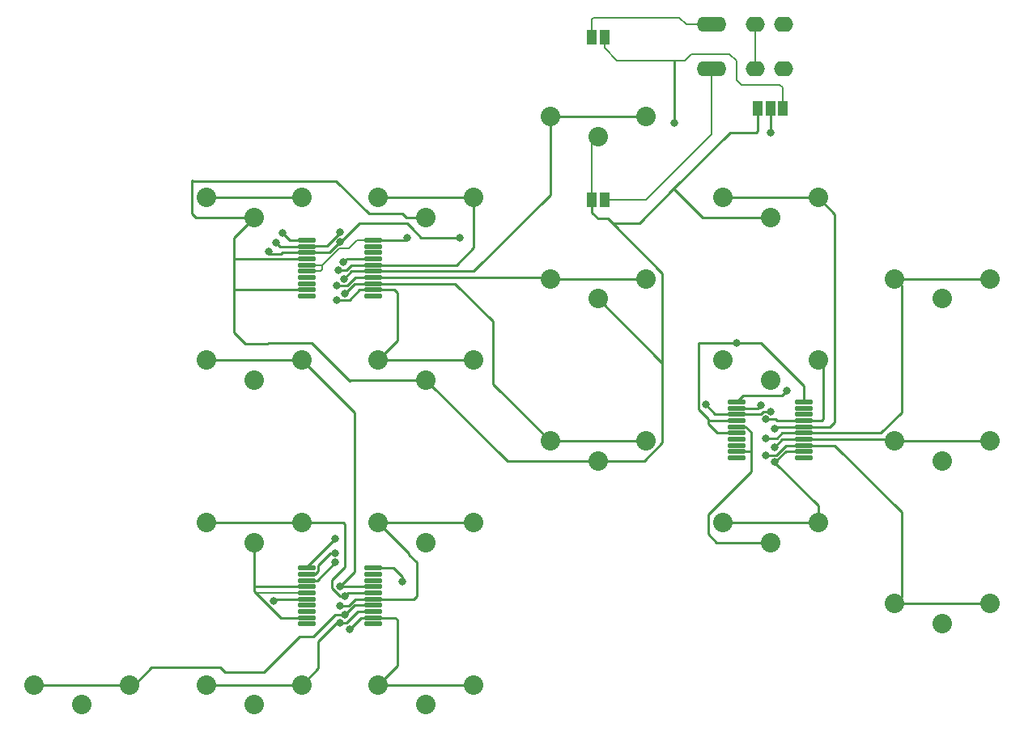
<source format=gbr>
%TF.GenerationSoftware,KiCad,Pcbnew,(6.0.4)*%
%TF.CreationDate,2022-11-15T19:41:09+00:00*%
%TF.ProjectId,pcb_v2,7063625f-7632-42e6-9b69-6361645f7063,rev?*%
%TF.SameCoordinates,Original*%
%TF.FileFunction,Copper,L1,Top*%
%TF.FilePolarity,Positive*%
%FSLAX46Y46*%
G04 Gerber Fmt 4.6, Leading zero omitted, Abs format (unit mm)*
G04 Created by KiCad (PCBNEW (6.0.4)) date 2022-11-15 19:41:09*
%MOMM*%
%LPD*%
G01*
G04 APERTURE LIST*
G04 Aperture macros list*
%AMRoundRect*
0 Rectangle with rounded corners*
0 $1 Rounding radius*
0 $2 $3 $4 $5 $6 $7 $8 $9 X,Y pos of 4 corners*
0 Add a 4 corners polygon primitive as box body*
4,1,4,$2,$3,$4,$5,$6,$7,$8,$9,$2,$3,0*
0 Add four circle primitives for the rounded corners*
1,1,$1+$1,$2,$3*
1,1,$1+$1,$4,$5*
1,1,$1+$1,$6,$7*
1,1,$1+$1,$8,$9*
0 Add four rect primitives between the rounded corners*
20,1,$1+$1,$2,$3,$4,$5,0*
20,1,$1+$1,$4,$5,$6,$7,0*
20,1,$1+$1,$6,$7,$8,$9,0*
20,1,$1+$1,$8,$9,$2,$3,0*%
G04 Aperture macros list end*
%TA.AperFunction,ComponentPad*%
%ADD10C,2.032000*%
%TD*%
%TA.AperFunction,SMDPad,CuDef*%
%ADD11R,1.000000X1.500000*%
%TD*%
%TA.AperFunction,SMDPad,CuDef*%
%ADD12RoundRect,0.125000X-0.825000X-0.125000X0.825000X-0.125000X0.825000X0.125000X-0.825000X0.125000X0*%
%TD*%
%TA.AperFunction,ComponentPad*%
%ADD13O,1.400000X1.000000*%
%TD*%
%TA.AperFunction,ComponentPad*%
%ADD14O,2.000000X1.600000*%
%TD*%
%TA.AperFunction,ComponentPad*%
%ADD15O,3.100000X1.600000*%
%TD*%
%TA.AperFunction,ComponentPad*%
%ADD16O,2.500000X1.000000*%
%TD*%
%TA.AperFunction,ViaPad*%
%ADD17C,0.800000*%
%TD*%
%TA.AperFunction,Conductor*%
%ADD18C,0.250000*%
%TD*%
%TA.AperFunction,Conductor*%
%ADD19C,0.200000*%
%TD*%
G04 APERTURE END LIST*
D10*
%TO.P,KEY_B_4,1,A*%
%TO.N,Earth*%
X77000000Y-84400000D03*
%TO.P,KEY_B_4,2,B*%
%TO.N,Net-(KEY_B_4-Pad2)*%
X72000000Y-82300000D03*
X82000000Y-82300000D03*
%TD*%
%TO.P,KEY_B_2,1,A*%
%TO.N,Earth*%
X95000000Y-92900000D03*
%TO.P,KEY_B_2,2,B*%
%TO.N,Net-(KEY_B_2-Pad2)*%
X90000000Y-90800000D03*
X100000000Y-90800000D03*
%TD*%
%TO.P,KEY_C_1,1,A*%
%TO.N,Earth*%
X131000000Y-126900000D03*
%TO.P,KEY_C_1,2,B*%
%TO.N,Net-(KEY_C_1-Pad2)*%
X126000000Y-124800000D03*
X136000000Y-124800000D03*
%TD*%
%TO.P,KEY_A_0,1,A*%
%TO.N,Earth*%
X77000000Y-135400000D03*
%TO.P,KEY_A_0,2,B*%
%TO.N,Net-(KEY_A_0-Pad2)*%
X72000000Y-133300000D03*
X82000000Y-133300000D03*
%TD*%
D11*
%TO.P,JP_SELECT1,1,A*%
%TO.N,+3V3*%
X114300000Y-73000000D03*
%TO.P,JP_SELECT1,2,C*%
%TO.N,SEL*%
X113000000Y-73000000D03*
%TO.P,JP_SELECT1,3,B*%
%TO.N,Earth*%
X111700000Y-73000000D03*
%TD*%
D10*
%TO.P,KEY_C_3,1,A*%
%TO.N,Earth*%
X131000000Y-92900000D03*
%TO.P,KEY_C_3,2,B*%
%TO.N,Net-(KEY_C_3-Pad2)*%
X136000000Y-90800000D03*
X126000000Y-90800000D03*
%TD*%
%TO.P,KEY_C_0,1,A*%
%TO.N,Earth*%
X113000000Y-118400000D03*
%TO.P,KEY_C_0,2,B*%
%TO.N,Net-(KEY_C_0-Pad2)*%
X108000000Y-116300000D03*
X118000000Y-116300000D03*
%TD*%
D12*
%TO.P,MCP_C1,1,SCL*%
%TO.N,SCL*%
X109490417Y-103698017D03*
%TO.P,MCP_C1,2,SDA*%
%TO.N,SDA*%
X109490417Y-104348017D03*
%TO.P,MCP_C1,3,A2*%
%TO.N,SEL*%
X109490417Y-104998017D03*
%TO.P,MCP_C1,4,A1*%
%TO.N,+3V3*%
X109490417Y-105648017D03*
%TO.P,MCP_C1,5,A0*%
%TO.N,Earth*%
X109490417Y-106298017D03*
%TO.P,MCP_C1,6,~{RESET}*%
%TO.N,+3V3*%
X109490417Y-106948017D03*
%TO.P,MCP_C1,7,NC*%
%TO.N,unconnected-(MCP_C1-Pad7)*%
X109490417Y-107598017D03*
%TO.P,MCP_C1,8,INT*%
%TO.N,unconnected-(MCP_C1-Pad8)*%
X109490417Y-108248017D03*
%TO.P,MCP_C1,9,VSS*%
%TO.N,Earth*%
X109490417Y-108898017D03*
%TO.P,MCP_C1,10,NC*%
%TO.N,unconnected-(MCP_C1-Pad10)*%
X109490417Y-109548017D03*
%TO.P,MCP_C1,11,NC*%
%TO.N,unconnected-(MCP_C1-Pad11)*%
X116490417Y-109548017D03*
%TO.P,MCP_C1,12,GP0*%
%TO.N,Net-(KEY_C_0-Pad2)*%
X116490417Y-108898017D03*
%TO.P,MCP_C1,13,GP1*%
%TO.N,Net-(KEY_C_1-Pad2)*%
X116490417Y-108248017D03*
%TO.P,MCP_C1,14,GP2*%
%TO.N,Net-(KEY_C_2-Pad2)*%
X116490417Y-107598017D03*
%TO.P,MCP_C1,15,GP3*%
%TO.N,Net-(KEY_C_3-Pad2)*%
X116490417Y-106948017D03*
%TO.P,MCP_C1,16,GP4*%
%TO.N,Net-(KEY_C_4-Pad2)*%
X116490417Y-106298017D03*
%TO.P,MCP_C1,17,GP5*%
%TO.N,Net-(KEY_C_5-Pad2)*%
X116490417Y-105648017D03*
%TO.P,MCP_C1,18,GP6*%
%TO.N,unconnected-(MCP_C1-Pad18)*%
X116490417Y-104998017D03*
%TO.P,MCP_C1,19,GP7*%
%TO.N,unconnected-(MCP_C1-Pad19)*%
X116490417Y-104348017D03*
%TO.P,MCP_C1,20,VDD*%
%TO.N,+3V3*%
X116490417Y-103698017D03*
%TD*%
D10*
%TO.P,KEY_C_2,1,A*%
%TO.N,Earth*%
X131000000Y-109900000D03*
%TO.P,KEY_C_2,2,B*%
%TO.N,Net-(KEY_C_2-Pad2)*%
X126000000Y-107800000D03*
X136000000Y-107800000D03*
%TD*%
%TO.P,KEY_A_5,1,A*%
%TO.N,Earth*%
X59000000Y-101400000D03*
%TO.P,KEY_A_5,2,B*%
%TO.N,Net-(KEY_A_5-Pad2)*%
X64000000Y-99300000D03*
X54000000Y-99300000D03*
%TD*%
%TO.P,KEY_B_1,1,A*%
%TO.N,Earth*%
X95000000Y-109900000D03*
%TO.P,KEY_B_1,2,B*%
%TO.N,Net-(KEY_B_1-Pad2)*%
X90000000Y-107800000D03*
X100000000Y-107800000D03*
%TD*%
%TO.P,KEY_C_5,1,A*%
%TO.N,Earth*%
X113000000Y-101400000D03*
%TO.P,KEY_C_5,2,B*%
%TO.N,Net-(KEY_C_5-Pad2)*%
X108000000Y-99300000D03*
X118000000Y-99300000D03*
%TD*%
D13*
%TO.P,JACK1,R1*%
%TO.N,SDA*%
X111412500Y-68800000D03*
D14*
X111412500Y-68800000D03*
X111412500Y-64200000D03*
D13*
%TO.P,JACK1,R2*%
%TO.N,SCL*%
X114412500Y-68800000D03*
D14*
X114412500Y-68800000D03*
X114412500Y-64200000D03*
D15*
%TO.P,JACK1,S*%
%TO.N,Net-(JACK1-PadS)*%
X106862500Y-64200000D03*
D16*
X106862500Y-64200000D03*
D15*
%TO.P,JACK1,T*%
%TO.N,Net-(JACK1-PadT)*%
X106862500Y-68800000D03*
D16*
X106862500Y-68800000D03*
%TD*%
D10*
%TO.P,KEY_B_0,1,A*%
%TO.N,Earth*%
X77000000Y-101400000D03*
%TO.P,KEY_B_0,2,B*%
%TO.N,Net-(KEY_B_0-Pad2)*%
X72000000Y-99300000D03*
X82000000Y-99300000D03*
%TD*%
D12*
%TO.P,MCP_A1,1,SCL*%
%TO.N,SCL*%
X64500000Y-121075000D03*
%TO.P,MCP_A1,2,SDA*%
%TO.N,SDA*%
X64500000Y-121725000D03*
%TO.P,MCP_A1,3,A2*%
%TO.N,SEL*%
X64500000Y-122375000D03*
%TO.P,MCP_A1,4,A1*%
%TO.N,Earth*%
X64500000Y-123025000D03*
%TO.P,MCP_A1,5,A0*%
X64500000Y-123675000D03*
%TO.P,MCP_A1,6,~{RESET}*%
%TO.N,+3V3*%
X64500000Y-124325000D03*
%TO.P,MCP_A1,7,NC*%
%TO.N,unconnected-(MCP_A1-Pad7)*%
X64500000Y-124975000D03*
%TO.P,MCP_A1,8,INT*%
%TO.N,unconnected-(MCP_A1-Pad8)*%
X64500000Y-125625000D03*
%TO.P,MCP_A1,9,VSS*%
%TO.N,Earth*%
X64500000Y-126275000D03*
%TO.P,MCP_A1,10,NC*%
%TO.N,unconnected-(MCP_A1-Pad10)*%
X64500000Y-126925000D03*
%TO.P,MCP_A1,11,NC*%
%TO.N,unconnected-(MCP_A1-Pad11)*%
X71500000Y-126925000D03*
%TO.P,MCP_A1,12,GP0*%
%TO.N,Net-(KEY_A_0-Pad2)*%
X71500000Y-126275000D03*
%TO.P,MCP_A1,13,GP1*%
%TO.N,Net-(KEY_A_1-Pad2)*%
X71500000Y-125625000D03*
%TO.P,MCP_A1,14,GP2*%
%TO.N,Net-(KEY_A_2-Pad2)*%
X71500000Y-124975000D03*
%TO.P,MCP_A1,15,GP3*%
%TO.N,Net-(KEY_A_3-Pad2)*%
X71500000Y-124325000D03*
%TO.P,MCP_A1,16,GP4*%
%TO.N,Net-(KEY_A_4-Pad2)*%
X71500000Y-123675000D03*
%TO.P,MCP_A1,17,GP5*%
%TO.N,Net-(KEY_A_5-Pad2)*%
X71500000Y-123025000D03*
%TO.P,MCP_A1,18,GP6*%
%TO.N,unconnected-(MCP_A1-Pad18)*%
X71500000Y-122375000D03*
%TO.P,MCP_A1,19,GP7*%
%TO.N,unconnected-(MCP_A1-Pad19)*%
X71500000Y-121725000D03*
%TO.P,MCP_A1,20,VDD*%
%TO.N,+3V3*%
X71500000Y-121075000D03*
%TD*%
D10*
%TO.P,KEY_A_3,1,A*%
%TO.N,Earth*%
X77000000Y-118400000D03*
%TO.P,KEY_A_3,2,B*%
%TO.N,Net-(KEY_A_3-Pad2)*%
X82000000Y-116300000D03*
X72000000Y-116300000D03*
%TD*%
%TO.P,KEY_A_1,1,A*%
%TO.N,Earth*%
X59000000Y-135400000D03*
%TO.P,KEY_A_1,2,B*%
%TO.N,Net-(KEY_A_1-Pad2)*%
X54000000Y-133300000D03*
X64000000Y-133300000D03*
%TD*%
%TO.P,KEY_A_2,1,A*%
%TO.N,Earth*%
X41000000Y-135400000D03*
%TO.P,KEY_A_2,2,B*%
%TO.N,Net-(KEY_A_2-Pad2)*%
X36000000Y-133300000D03*
X46000000Y-133300000D03*
%TD*%
D11*
%TO.P,JP_5V_FRONT1,1,A*%
%TO.N,Net-(JACK1-PadS)*%
X94350000Y-65500000D03*
%TO.P,JP_5V_FRONT1,2,B*%
%TO.N,+3V3*%
X95650000Y-65500000D03*
%TD*%
D12*
%TO.P,MCP_B1,1,SCL*%
%TO.N,SCL*%
X64500000Y-86750000D03*
%TO.P,MCP_B1,2,SDA*%
%TO.N,SDA*%
X64500000Y-87400000D03*
%TO.P,MCP_B1,3,A2*%
%TO.N,SEL*%
X64500000Y-88050000D03*
%TO.P,MCP_B1,4,A1*%
%TO.N,Earth*%
X64500000Y-88700000D03*
%TO.P,MCP_B1,5,A0*%
%TO.N,+3V3*%
X64500000Y-89350000D03*
%TO.P,MCP_B1,6,~{RESET}*%
X64500000Y-90000000D03*
%TO.P,MCP_B1,7,NC*%
%TO.N,unconnected-(MCP_B1-Pad7)*%
X64500000Y-90650000D03*
%TO.P,MCP_B1,8,INT*%
%TO.N,unconnected-(MCP_B1-Pad8)*%
X64500000Y-91300000D03*
%TO.P,MCP_B1,9,VSS*%
%TO.N,Earth*%
X64500000Y-91950000D03*
%TO.P,MCP_B1,10,NC*%
%TO.N,unconnected-(MCP_B1-Pad10)*%
X64500000Y-92600000D03*
%TO.P,MCP_B1,11,NC*%
%TO.N,unconnected-(MCP_B1-Pad11)*%
X71500000Y-92600000D03*
%TO.P,MCP_B1,12,GP0*%
%TO.N,Net-(KEY_B_0-Pad2)*%
X71500000Y-91950000D03*
%TO.P,MCP_B1,13,GP1*%
%TO.N,Net-(KEY_B_1-Pad2)*%
X71500000Y-91300000D03*
%TO.P,MCP_B1,14,GP2*%
%TO.N,Net-(KEY_B_2-Pad2)*%
X71500000Y-90650000D03*
%TO.P,MCP_B1,15,GP3*%
%TO.N,Net-(KEY_B_3-Pad2)*%
X71500000Y-90000000D03*
%TO.P,MCP_B1,16,GP4*%
%TO.N,Net-(KEY_B_4-Pad2)*%
X71500000Y-89350000D03*
%TO.P,MCP_B1,17,GP5*%
%TO.N,Net-(KEY_B_5-Pad2)*%
X71500000Y-88700000D03*
%TO.P,MCP_B1,18,GP6*%
%TO.N,unconnected-(MCP_B1-Pad18)*%
X71500000Y-88050000D03*
%TO.P,MCP_B1,19,GP7*%
%TO.N,unconnected-(MCP_B1-Pad19)*%
X71500000Y-87400000D03*
%TO.P,MCP_B1,20,VDD*%
%TO.N,+3V3*%
X71500000Y-86750000D03*
%TD*%
D11*
%TO.P,JP_GND_FRONT1,1,A*%
%TO.N,Net-(JACK1-PadT)*%
X95650000Y-82500000D03*
%TO.P,JP_GND_FRONT1,2,B*%
%TO.N,Earth*%
X94350000Y-82500000D03*
%TD*%
D10*
%TO.P,KEY_B_5,1,A*%
%TO.N,Earth*%
X59000000Y-84400000D03*
%TO.P,KEY_B_5,2,B*%
%TO.N,Net-(KEY_B_5-Pad2)*%
X64000000Y-82300000D03*
X54000000Y-82300000D03*
%TD*%
%TO.P,KEY_B_3,1,A*%
%TO.N,Earth*%
X95000000Y-75900000D03*
%TO.P,KEY_B_3,2,B*%
%TO.N,Net-(KEY_B_3-Pad2)*%
X100000000Y-73800000D03*
X90000000Y-73800000D03*
%TD*%
%TO.P,KEY_C_4,1,A*%
%TO.N,Earth*%
X113000000Y-84400000D03*
%TO.P,KEY_C_4,2,B*%
%TO.N,Net-(KEY_C_4-Pad2)*%
X108000000Y-82300000D03*
X118000000Y-82300000D03*
%TD*%
%TO.P,KEY_A_4,1,A*%
%TO.N,Earth*%
X59000000Y-118400000D03*
%TO.P,KEY_A_4,2,B*%
%TO.N,Net-(KEY_A_4-Pad2)*%
X54000000Y-116300000D03*
X64000000Y-116300000D03*
%TD*%
D17*
%TO.N,Net-(KEY_A_0-Pad2)*%
X68995142Y-127500000D03*
%TO.N,Net-(KEY_A_1-Pad2)*%
X68000000Y-126825500D03*
%TO.N,Net-(KEY_A_2-Pad2)*%
X68500000Y-126000000D03*
%TO.N,Net-(KEY_A_3-Pad2)*%
X68000000Y-125000000D03*
%TO.N,Net-(KEY_A_4-Pad2)*%
X68500000Y-124000000D03*
%TO.N,Net-(KEY_A_5-Pad2)*%
X68000000Y-123000000D03*
%TO.N,Net-(KEY_B_0-Pad2)*%
X67674500Y-93000000D03*
%TO.N,Net-(KEY_B_1-Pad2)*%
X68500000Y-92325500D03*
%TO.N,Net-(KEY_B_2-Pad2)*%
X67674500Y-91478273D03*
%TO.N,Net-(KEY_B_3-Pad2)*%
X68403303Y-90803773D03*
%TO.N,Net-(KEY_B_4-Pad2)*%
X67813707Y-89859819D03*
%TO.N,Net-(KEY_B_5-Pad2)*%
X68344618Y-89072616D03*
%TO.N,Net-(KEY_C_0-Pad2)*%
X113500000Y-110000000D03*
%TO.N,Net-(KEY_C_1-Pad2)*%
X112512295Y-109275500D03*
%TO.N,Net-(KEY_C_2-Pad2)*%
X113419842Y-108419842D03*
%TO.N,Net-(KEY_C_3-Pad2)*%
X112512299Y-107487701D03*
%TO.N,Net-(KEY_C_4-Pad2)*%
X113500000Y-106500000D03*
%TO.N,Net-(KEY_C_5-Pad2)*%
X112500000Y-105500000D03*
%TO.N,SCL*%
X114724500Y-102500000D03*
X62000000Y-86000000D03*
X67500000Y-118000000D03*
%TO.N,SDA*%
X112000000Y-104000000D03*
X61325500Y-87000000D03*
X67500000Y-119500000D03*
X68000000Y-85953288D03*
%TO.N,SEL*%
X106224500Y-103987701D03*
X113000000Y-75500000D03*
X113077069Y-104683914D03*
X68000000Y-86952791D03*
X60500000Y-87975500D03*
X67500000Y-120500000D03*
X80500000Y-86500000D03*
%TO.N,+3V3*%
X74987701Y-86512299D03*
X74500000Y-122500000D03*
X61012299Y-124487701D03*
X103000000Y-74500000D03*
X109500000Y-97500000D03*
%TD*%
D18*
%TO.N,Net-(KEY_A_0-Pad2)*%
X68995142Y-127500000D02*
X69000000Y-127500000D01*
X74000000Y-126500000D02*
X74000000Y-131300000D01*
X69000000Y-127500000D02*
X70225000Y-126275000D01*
X72000000Y-133300000D02*
X82000000Y-133300000D01*
X73775000Y-126275000D02*
X74000000Y-126500000D01*
X70225000Y-126275000D02*
X71500000Y-126275000D01*
X71500000Y-126275000D02*
X73775000Y-126275000D01*
X74000000Y-131300000D02*
X72000000Y-133300000D01*
%TO.N,Earth*%
X110898017Y-108898017D02*
X111000000Y-109000000D01*
X69000000Y-101500000D02*
X69100000Y-101400000D01*
X108766992Y-75500000D02*
X111500000Y-75500000D01*
X106500000Y-115500000D02*
X106500000Y-117500000D01*
X59000000Y-123500000D02*
X59000000Y-123000000D01*
X69100000Y-101400000D02*
X77000000Y-101400000D01*
X71000000Y-84000000D02*
X74500000Y-84000000D01*
X60410979Y-97589021D02*
X60500000Y-97500000D01*
X64500000Y-88700000D02*
X57021958Y-88700000D01*
X56950000Y-91950000D02*
X56910979Y-91910979D01*
X109490417Y-106298017D02*
X110426134Y-106298017D01*
X113000000Y-84400000D02*
X105900000Y-84400000D01*
X107400000Y-118400000D02*
X113000000Y-118400000D01*
X52500000Y-84000000D02*
X52500000Y-80500000D01*
X99795770Y-109900000D02*
X101725421Y-107970349D01*
X101725421Y-99625421D02*
X101725421Y-90212891D01*
X77000000Y-101400000D02*
X85500000Y-109900000D01*
X59000000Y-123000000D02*
X64500000Y-123025000D01*
X111000000Y-109000000D02*
X111000000Y-111000000D01*
X65000000Y-97500000D02*
X69000000Y-101500000D01*
D19*
X94350000Y-82500000D02*
X94350000Y-76550000D01*
D18*
X52589021Y-80589021D02*
X67589021Y-80589021D01*
X74900000Y-84400000D02*
X77000000Y-84400000D01*
X52500000Y-80500000D02*
X52589021Y-80589021D01*
X101725421Y-90212891D02*
X96500000Y-84987470D01*
X110426134Y-106298017D02*
X111000000Y-106871883D01*
X94350000Y-83850000D02*
X94350000Y-82500000D01*
X106500000Y-117500000D02*
X107400000Y-118400000D01*
X111000000Y-106871883D02*
X111000000Y-108500000D01*
X57021958Y-88700000D02*
X56910979Y-88589021D01*
X56910979Y-86489021D02*
X56910979Y-90089021D01*
X61775000Y-126275000D02*
X64500000Y-126275000D01*
D19*
X64500000Y-123675000D02*
X59175000Y-123675000D01*
D18*
X102883496Y-81383496D02*
X108766992Y-75500000D01*
X56910979Y-96410979D02*
X58089021Y-97589021D01*
X101725421Y-99625421D02*
X95000000Y-92900000D01*
X96500000Y-84987470D02*
X99279522Y-84987470D01*
X74500000Y-84000000D02*
X74900000Y-84400000D01*
X109490417Y-108898017D02*
X110898017Y-108898017D01*
X59000000Y-123500000D02*
X59000000Y-118400000D01*
X105900000Y-84400000D02*
X102883496Y-81383496D01*
X56910979Y-86489021D02*
X56910979Y-88589021D01*
X111700000Y-75300000D02*
X111700000Y-73000000D01*
X99279522Y-84987470D02*
X102883496Y-81383496D01*
D19*
X94350000Y-76550000D02*
X95000000Y-75900000D01*
D18*
X96500000Y-84987470D02*
X96012530Y-84500000D01*
X85500000Y-109900000D02*
X95000000Y-109900000D01*
X67589021Y-80589021D02*
X71000000Y-84000000D01*
X52900000Y-84400000D02*
X52500000Y-84000000D01*
X64500000Y-91950000D02*
X56950000Y-91950000D01*
X58089021Y-97589021D02*
X60410979Y-97589021D01*
X101725421Y-107970349D02*
X101725421Y-99625421D01*
X60500000Y-97500000D02*
X65000000Y-97500000D01*
X111000000Y-108324151D02*
X111000000Y-109000000D01*
X96012530Y-84500000D02*
X95000000Y-84500000D01*
X56910979Y-88589021D02*
X56910979Y-91910979D01*
X111500000Y-75500000D02*
X111700000Y-75300000D01*
X56910979Y-91910979D02*
X56910979Y-96410979D01*
X59000000Y-84400000D02*
X52900000Y-84400000D01*
X59000000Y-84400000D02*
X56910979Y-86489021D01*
X59000000Y-123500000D02*
X61775000Y-126275000D01*
X95000000Y-109900000D02*
X99795770Y-109900000D01*
X111000000Y-111000000D02*
X106500000Y-115500000D01*
D19*
X59175000Y-123675000D02*
X59000000Y-123500000D01*
D18*
X95000000Y-84500000D02*
X94350000Y-83850000D01*
%TO.N,Net-(KEY_A_1-Pad2)*%
X69875000Y-125625000D02*
X71500000Y-125625000D01*
X65725421Y-131574579D02*
X64000000Y-133300000D01*
X67649886Y-126825500D02*
X65725421Y-128749965D01*
X65725421Y-128749965D02*
X65725421Y-131574579D01*
X68000000Y-126825500D02*
X67649886Y-126825500D01*
X68674500Y-126825500D02*
X69875000Y-125625000D01*
X68000000Y-126825500D02*
X68674500Y-126825500D01*
X54000000Y-133300000D02*
X64000000Y-133300000D01*
%TO.N,Net-(KEY_A_2-Pad2)*%
X63725421Y-128274579D02*
X60000000Y-132000000D01*
X68500000Y-126000000D02*
X69525000Y-124975000D01*
X56000000Y-132000000D02*
X55500000Y-131500000D01*
X55500000Y-131500000D02*
X48300000Y-131500000D01*
X65200807Y-128274579D02*
X63725421Y-128274579D01*
X60000000Y-132000000D02*
X56000000Y-132000000D01*
X68500000Y-126000000D02*
X67475386Y-126000000D01*
X46500000Y-133300000D02*
X36500000Y-133300000D01*
X69525000Y-124975000D02*
X71500000Y-124975000D01*
X67475386Y-126000000D02*
X65200807Y-128274579D01*
X48300000Y-131500000D02*
X46500000Y-133300000D01*
%TO.N,Net-(KEY_A_3-Pad2)*%
X76000000Y-124000000D02*
X75675000Y-124325000D01*
X72000000Y-116300000D02*
X75224511Y-119524511D01*
X72000000Y-116300000D02*
X82000000Y-116300000D01*
X76000000Y-120500000D02*
X76000000Y-124000000D01*
X75224511Y-119524511D02*
X75224511Y-119724511D01*
X68934994Y-125000000D02*
X69609994Y-124325000D01*
X75675000Y-124325000D02*
X71500000Y-124325000D01*
X75224511Y-119724511D02*
X76000000Y-120500000D01*
X68000000Y-125000000D02*
X68934994Y-125000000D01*
X69609994Y-124325000D02*
X71500000Y-124325000D01*
%TO.N,Net-(KEY_A_4-Pad2)*%
X68825000Y-123675000D02*
X71500000Y-123675000D01*
X68500000Y-116500000D02*
X68300000Y-116300000D01*
X67164244Y-122335756D02*
X68500000Y-121000000D01*
X68500000Y-124000000D02*
X68000000Y-124000000D01*
X68300000Y-116300000D02*
X64000000Y-116300000D01*
X68500000Y-124000000D02*
X68825000Y-123675000D01*
X68000000Y-124000000D02*
X67164244Y-123164244D01*
X68500000Y-121000000D02*
X68500000Y-116500000D01*
X67164244Y-123164244D02*
X67164244Y-122335756D01*
X54000000Y-116300000D02*
X64000000Y-116300000D01*
%TO.N,Net-(KEY_A_5-Pad2)*%
X69500000Y-121500000D02*
X69500000Y-104800000D01*
X69500000Y-104800000D02*
X64000000Y-99300000D01*
X68000000Y-123000000D02*
X68025000Y-123025000D01*
X68025000Y-123025000D02*
X71500000Y-123025000D01*
X68000000Y-123000000D02*
X69500000Y-121500000D01*
X54000000Y-99300000D02*
X64000000Y-99300000D01*
%TO.N,Net-(KEY_B_0-Pad2)*%
X74000000Y-97300000D02*
X74000000Y-92250000D01*
X72000000Y-99300000D02*
X74000000Y-97300000D01*
X67674500Y-93000000D02*
X69000000Y-93000000D01*
X70050000Y-91950000D02*
X71500000Y-91950000D01*
X72000000Y-99300000D02*
X82000000Y-99300000D01*
X73700000Y-91950000D02*
X71500000Y-91950000D01*
X74000000Y-92250000D02*
X73700000Y-91950000D01*
X69000000Y-93000000D02*
X70050000Y-91950000D01*
%TO.N,Net-(KEY_B_1-Pad2)*%
X90000000Y-107800000D02*
X100000000Y-107800000D01*
X68500000Y-92325500D02*
X69525500Y-91300000D01*
X80033008Y-91300000D02*
X71500000Y-91300000D01*
X90000000Y-107800000D02*
X84000000Y-101800000D01*
X84000000Y-95266992D02*
X80033008Y-91300000D01*
X69525500Y-91300000D02*
X71500000Y-91300000D01*
X84000000Y-101800000D02*
X84000000Y-95266992D01*
%TO.N,Net-(KEY_B_2-Pad2)*%
X67674500Y-91478273D02*
X68782221Y-91478273D01*
X90000000Y-90800000D02*
X100000000Y-90800000D01*
X90000000Y-90800000D02*
X89850000Y-90650000D01*
X69610494Y-90650000D02*
X71500000Y-90650000D01*
X89850000Y-90650000D02*
X71500000Y-90650000D01*
X68782221Y-91478273D02*
X69610494Y-90650000D01*
%TO.N,Net-(KEY_B_3-Pad2)*%
X90000000Y-82000000D02*
X82000000Y-90000000D01*
X90000000Y-73800000D02*
X90000000Y-82000000D01*
X90000000Y-73800000D02*
X100000000Y-73800000D01*
X69207076Y-90000000D02*
X71500000Y-90000000D01*
X82000000Y-90000000D02*
X71500000Y-90000000D01*
X68403303Y-90803773D02*
X69207076Y-90000000D01*
%TO.N,Net-(KEY_B_4-Pad2)*%
X69150000Y-89350000D02*
X71500000Y-89350000D01*
X82000000Y-82300000D02*
X82000000Y-87500000D01*
X80150000Y-89350000D02*
X71500000Y-89350000D01*
X72000000Y-82300000D02*
X82000000Y-82300000D01*
X67813707Y-89859819D02*
X68640181Y-89859819D01*
X68640181Y-89859819D02*
X69150000Y-89350000D01*
X82000000Y-87500000D02*
X80150000Y-89350000D01*
%TO.N,Net-(KEY_B_5-Pad2)*%
X68717234Y-88700000D02*
X71500000Y-88700000D01*
X68344618Y-89072616D02*
X68717234Y-88700000D01*
X54000000Y-82300000D02*
X64000000Y-82300000D01*
%TO.N,Net-(KEY_C_0-Pad2)*%
X118000000Y-114545677D02*
X118000000Y-116300000D01*
X113500000Y-110000000D02*
X113500000Y-110045677D01*
X113500000Y-110000000D02*
X114601983Y-108898017D01*
X114601983Y-108898017D02*
X116490417Y-108898017D01*
X113500000Y-110045677D02*
X118000000Y-114545677D01*
X108000000Y-116300000D02*
X118000000Y-116300000D01*
%TO.N,Net-(KEY_C_1-Pad2)*%
X116490417Y-108248017D02*
X119748017Y-108248017D01*
X126000000Y-124800000D02*
X136000000Y-124800000D01*
X126725421Y-124074579D02*
X126000000Y-124800000D01*
X126725421Y-115225421D02*
X126725421Y-124074579D01*
X112512295Y-109275500D02*
X113588782Y-109275500D01*
X114616265Y-108248017D02*
X116490417Y-108248017D01*
X119748017Y-108248017D02*
X126725421Y-115225421D01*
X113588782Y-109275500D02*
X114616265Y-108248017D01*
%TO.N,Net-(KEY_C_2-Pad2)*%
X125298017Y-107598017D02*
X116490417Y-107598017D01*
X113419842Y-108419842D02*
X114241667Y-107598017D01*
X125500000Y-107800000D02*
X125298017Y-107598017D01*
X114241667Y-107598017D02*
X116490417Y-107598017D01*
X135500000Y-107800000D02*
X125500000Y-107800000D01*
%TO.N,Net-(KEY_C_3-Pad2)*%
X126725421Y-91525421D02*
X126000000Y-90800000D01*
X113716265Y-107487701D02*
X114255949Y-106948017D01*
X114255949Y-106948017D02*
X116490417Y-106948017D01*
X116490417Y-106948017D02*
X124551983Y-106948017D01*
X126725421Y-104774579D02*
X126725421Y-91525421D01*
X124551983Y-106948017D02*
X126725421Y-104774579D01*
X126000000Y-90800000D02*
X136000000Y-90800000D01*
X112512299Y-107487701D02*
X113716265Y-107487701D01*
%TO.N,Net-(KEY_C_4-Pad2)*%
X119725421Y-105774579D02*
X119725421Y-84025421D01*
X108000000Y-82300000D02*
X118000000Y-82300000D01*
X119201983Y-106298017D02*
X119725421Y-105774579D01*
X116490417Y-106298017D02*
X119201983Y-106298017D01*
X119725421Y-84025421D02*
X118000000Y-82300000D01*
X113701983Y-106298017D02*
X116490417Y-106298017D01*
X113500000Y-106500000D02*
X113701983Y-106298017D01*
%TO.N,Net-(KEY_C_5-Pad2)*%
X118351983Y-105648017D02*
X118500000Y-105500000D01*
X113572817Y-105500000D02*
X113720834Y-105648017D01*
X118500000Y-99800000D02*
X118000000Y-99300000D01*
X116490417Y-105648017D02*
X118351983Y-105648017D01*
X118500000Y-105500000D02*
X118500000Y-99800000D01*
X113720834Y-105648017D02*
X116490417Y-105648017D01*
X112500000Y-105500000D02*
X113572817Y-105500000D01*
%TO.N,SCL*%
X110188434Y-103000000D02*
X109490417Y-103698017D01*
X64500000Y-121000000D02*
X64500000Y-121075000D01*
X114724500Y-102500000D02*
X114224500Y-103000000D01*
X67500000Y-118000000D02*
X64500000Y-121000000D01*
X62750000Y-86750000D02*
X64500000Y-86750000D01*
X114224500Y-103000000D02*
X110188434Y-103000000D01*
X62000000Y-86000000D02*
X62750000Y-86750000D01*
%TO.N,SDA*%
X65724520Y-121365486D02*
X65365006Y-121725000D01*
X64575480Y-87324520D02*
X64500000Y-87400000D01*
X112000000Y-104000000D02*
X111651983Y-104348017D01*
X67275489Y-86677799D02*
X66628768Y-87324520D01*
X61725500Y-87400000D02*
X64500000Y-87400000D01*
X67275489Y-86652688D02*
X67275489Y-86677799D01*
D19*
X111412500Y-64200000D02*
X111412500Y-68800000D01*
D18*
X65724520Y-120775480D02*
X65724520Y-121365486D01*
X67725008Y-86228280D02*
X67699897Y-86228280D01*
X111651983Y-104348017D02*
X109490417Y-104348017D01*
X61325500Y-87000000D02*
X61725500Y-87400000D01*
X68000000Y-85953288D02*
X67725008Y-86228280D01*
X67500000Y-119500000D02*
X67000000Y-119500000D01*
X65365006Y-121725000D02*
X64500000Y-121725000D01*
X67699897Y-86228280D02*
X67275489Y-86652688D01*
X66628768Y-87324520D02*
X64575480Y-87324520D01*
X67000000Y-119500000D02*
X65724520Y-120775480D01*
%TO.N,SEL*%
X68047209Y-86952791D02*
X69000000Y-86000000D01*
X66877680Y-88050000D02*
X67974889Y-86952791D01*
X107234816Y-104998017D02*
X109490417Y-104998017D01*
X112291472Y-104683914D02*
X113077069Y-104683914D01*
X65625000Y-122375000D02*
X64500000Y-122375000D01*
X61974614Y-88050000D02*
X64500000Y-88050000D01*
X64500000Y-88050000D02*
X66877680Y-88050000D01*
X67500000Y-120500000D02*
X65625000Y-122375000D01*
X106224500Y-103987701D02*
X107234816Y-104998017D01*
X76500000Y-86500000D02*
X80500000Y-86500000D01*
X60500000Y-87975500D02*
X60749011Y-88224511D01*
X111977369Y-104998017D02*
X112291472Y-104683914D01*
X60749011Y-88224511D02*
X61800103Y-88224511D01*
X72000000Y-85000000D02*
X75000000Y-85000000D01*
X75000000Y-85000000D02*
X75500000Y-85500000D01*
X70000000Y-85000000D02*
X72000000Y-85000000D01*
X69000000Y-86000000D02*
X70000000Y-85000000D01*
X75500000Y-85500000D02*
X76500000Y-86500000D01*
X67974889Y-86952791D02*
X68000000Y-86952791D01*
X113000000Y-73000000D02*
X113000000Y-75500000D01*
X68000000Y-86952791D02*
X68047209Y-86952791D01*
X61800103Y-88224511D02*
X61974614Y-88050000D01*
X109490417Y-104998017D02*
X111977369Y-104998017D01*
%TO.N,+3V3*%
X105500000Y-97500000D02*
X109500000Y-97500000D01*
X116490417Y-101990417D02*
X116490417Y-103698017D01*
D19*
X114300000Y-70800000D02*
X114300000Y-73000000D01*
D18*
X61175000Y-124325000D02*
X64500000Y-124325000D01*
X107448017Y-106948017D02*
X106500000Y-106000000D01*
D19*
X96935979Y-67935979D02*
X103064021Y-67935979D01*
D18*
X109500000Y-97500000D02*
X112000000Y-97500000D01*
D19*
X64500000Y-89350000D02*
X66150000Y-89350000D01*
X66000000Y-90000000D02*
X66150000Y-89850000D01*
X109500000Y-68000000D02*
X109500000Y-70000000D01*
X109500000Y-70000000D02*
X110000000Y-70500000D01*
X64500000Y-90000000D02*
X66000000Y-90000000D01*
D18*
X74500000Y-122000000D02*
X73575000Y-121075000D01*
D19*
X68897698Y-87602302D02*
X69750000Y-86750000D01*
X66150000Y-89850000D02*
X66150000Y-89350000D01*
D18*
X74500000Y-122500000D02*
X74500000Y-122000000D01*
X112000000Y-97500000D02*
X116490417Y-101990417D01*
X74987701Y-86512299D02*
X74750000Y-86750000D01*
D19*
X67897698Y-87602302D02*
X68897698Y-87602302D01*
X110000000Y-70500000D02*
X114000000Y-70500000D01*
X95650000Y-65500000D02*
X95650000Y-66650000D01*
D18*
X74750000Y-86750000D02*
X71500000Y-86750000D01*
D19*
X95650000Y-66650000D02*
X96935979Y-67935979D01*
D18*
X73575000Y-121075000D02*
X71500000Y-121075000D01*
X105500000Y-104500000D02*
X105500000Y-97500000D01*
X61012299Y-124487701D02*
X61175000Y-124325000D01*
D19*
X104750479Y-67249521D02*
X108749521Y-67249521D01*
D18*
X109490417Y-106948017D02*
X107448017Y-106948017D01*
D19*
X108749521Y-67249521D02*
X109500000Y-68000000D01*
X103064021Y-67935979D02*
X104064021Y-67935979D01*
X114000000Y-70500000D02*
X114300000Y-70800000D01*
D18*
X103000000Y-74500000D02*
X103000000Y-68000000D01*
X106500000Y-105500000D02*
X105500000Y-104500000D01*
X106500000Y-106000000D02*
X106500000Y-105500000D01*
D19*
X69750000Y-86750000D02*
X71500000Y-86750000D01*
D18*
X103000000Y-68000000D02*
X103064021Y-67935979D01*
X106500000Y-105648017D02*
X109490417Y-105648017D01*
D19*
X104064021Y-67935979D02*
X104750479Y-67249521D01*
X66150000Y-89350000D02*
X67897698Y-87602302D01*
%TO.N,Net-(JACK1-PadS)*%
X94350000Y-65500000D02*
X94350000Y-63650000D01*
X103500000Y-63500000D02*
X104200000Y-64200000D01*
X104200000Y-64200000D02*
X106862500Y-64200000D01*
X94350000Y-63650000D02*
X94500000Y-63500000D01*
X94500000Y-63500000D02*
X103500000Y-63500000D01*
%TO.N,Net-(JACK1-PadT)*%
X100000000Y-82500000D02*
X106862500Y-75637500D01*
X95650000Y-82500000D02*
X100000000Y-82500000D01*
X106862500Y-75637500D02*
X106862500Y-68800000D01*
%TD*%
M02*

</source>
